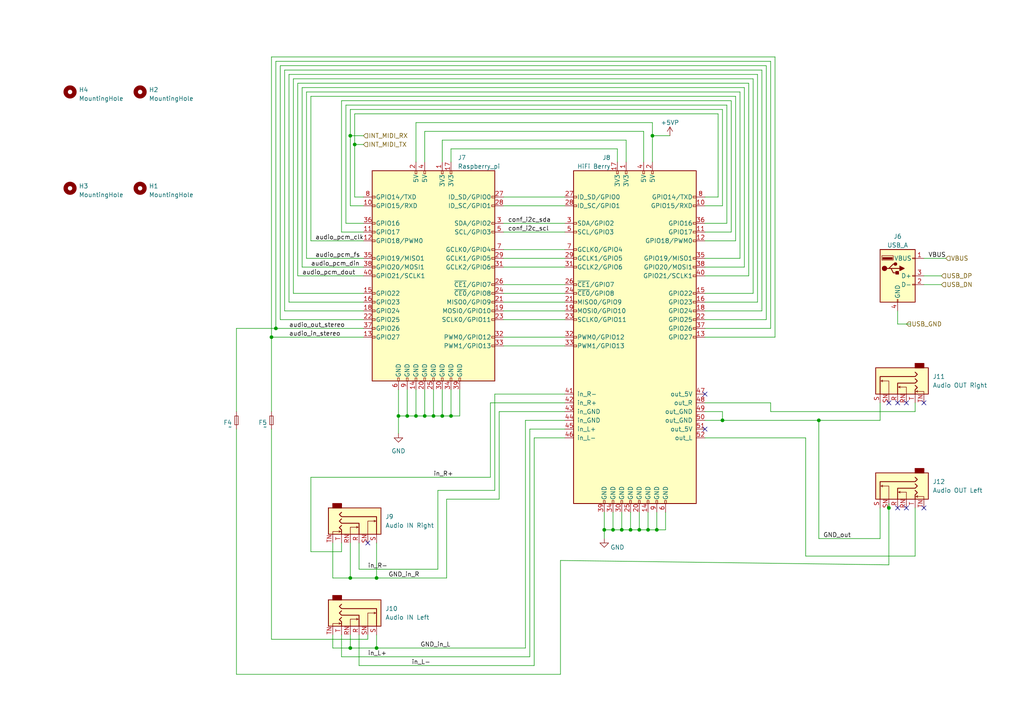
<source format=kicad_sch>
(kicad_sch (version 20230121) (generator eeschema)
  (paper "A4")
  (title_block (title "Open Pedalboard") (rev "2.0.0") (comment 1 "Source Code: https://github.com/pedalboard/pedalboard-hw") (comment 2 "License: CERN Open Hardware Licence Version 2 - Permissive"))
  (lib_symbols
    (symbol "Connector:Raspberry_Pi_2_3" (pin_names (offset 1.016))
      (property "Reference" "J7" (at 7.0359 34.29 0))
      (property "Value" "Raspberry_pi" (at 7.0359 31.75 0))
      (symbol "Raspberry_Pi_2_3_0_1"
        (rectangle (start -17.78 30.48) (end 17.78 -30.48) (stroke (width 0.254)) (fill (type background)))
      )
      (symbol "Raspberry_Pi_2_3_1_1"
        (rectangle (start -16.891 -17.526) (end -17.78 -18.034))
        (rectangle (start -16.891 -14.986) (end -17.78 -15.494))
        (rectangle (start -16.891 -12.446) (end -17.78 -12.954))
        (rectangle (start -16.891 -9.906) (end -17.78 -10.414))
        (rectangle (start -16.891 -7.366) (end -17.78 -7.874))
        (rectangle (start -16.891 -4.826) (end -17.78 -5.334))
        (rectangle (start -16.891 0.254) (end -17.78 -0.254))
        (rectangle (start -16.891 2.794) (end -17.78 2.286))
        (rectangle (start -16.891 5.334) (end -17.78 4.826))
        (rectangle (start -16.891 10.414) (end -17.78 9.906))
        (rectangle (start -16.891 12.954) (end -17.78 12.446))
        (rectangle (start -16.891 15.494) (end -17.78 14.986))
        (rectangle (start -16.891 20.574) (end -17.78 20.066))
        (rectangle (start -16.891 23.114) (end -17.78 22.606))
        (rectangle (start -10.414 -29.591) (end -9.906 -30.48))
        (rectangle (start -7.874 -29.591) (end -7.366 -30.48))
        (rectangle (start -5.334 -29.591) (end -4.826 -30.48))
        (rectangle (start -5.334 30.48) (end -4.826 29.591))
        (rectangle (start -2.794 -29.591) (end -2.286 -30.48))
        (rectangle (start -2.794 30.48) (end -2.286 29.591))
        (rectangle (start -0.254 -29.591) (end 0.254 -30.48))
        (rectangle (start 2.286 -29.591) (end 2.794 -30.48))
        (rectangle (start 2.286 30.48) (end 2.794 29.591))
        (rectangle (start 4.826 -29.591) (end 5.334 -30.48))
        (rectangle (start 4.826 30.48) (end 5.334 29.591))
        (rectangle (start 7.366 -29.591) (end 7.874 -30.48))
        (rectangle (start 17.78 -20.066) (end 16.891 -20.574))
        (rectangle (start 17.78 -17.526) (end 16.891 -18.034))
        (rectangle (start 17.78 -12.446) (end 16.891 -12.954))
        (rectangle (start 17.78 -9.906) (end 16.891 -10.414))
        (rectangle (start 17.78 -7.366) (end 16.891 -7.874))
        (rectangle (start 17.78 -4.826) (end 16.891 -5.334))
        (rectangle (start 17.78 -2.286) (end 16.891 -2.794))
        (rectangle (start 17.78 2.794) (end 16.891 2.286))
        (rectangle (start 17.78 5.334) (end 16.891 4.826))
        (rectangle (start 17.78 7.874) (end 16.891 7.366))
        (rectangle (start 17.78 12.954) (end 16.891 12.446))
        (rectangle (start 17.78 15.494) (end 16.891 14.986))
        (rectangle (start 17.78 20.574) (end 16.891 20.066))
        (rectangle (start 17.78 23.114) (end 16.891 22.606))
        (pin power_out line (at 2.54 33.02 270) (length 2.54) (name "3V3") (number "1"))
        (pin bidirectional line (at -20.32 20.32 0) (length 2.54) (name "GPIO15/RXD") (number "10"))
        (pin bidirectional line (at -20.32 12.7 0) (length 2.54) (name "GPIO17") (number "11"))
        (pin bidirectional line (at -20.32 10.16 0) (length 2.54) (name "GPIO18/PWM0") (number "12"))
        (pin bidirectional line (at -20.32 -17.78 0) (length 2.54) (name "GPIO27") (number "13"))
        (pin power_in line (at -5.08 -33.02 90) (length 2.54) (name "GND") (number "14"))
        (pin bidirectional line (at -20.32 -5.08 0) (length 2.54) (name "GPIO22") (number "15"))
        (pin bidirectional line (at -20.32 -7.62 0) (length 2.54) (name "GPIO23") (number "16"))
        (pin power_out line (at 5.08 33.02 270) (length 2.54) (name "3V3") (number "17"))
        (pin bidirectional line (at -20.32 -10.16 0) (length 2.54) (name "GPIO24") (number "18"))
        (pin bidirectional line (at 20.32 -10.16 180) (length 2.54) (name "MOSI0/GPIO10") (number "19"))
        (pin power_in line (at -5.08 33.02 270) (length 2.54) (name "5V") (number "2"))
        (pin power_in line (at -2.54 -33.02 90) (length 2.54) (name "GND") (number "20"))
        (pin bidirectional line (at 20.32 -7.62 180) (length 2.54) (name "MISO0/GPIO9") (number "21"))
        (pin bidirectional line (at -20.32 -12.7 0) (length 2.54) (name "GPIO25") (number "22"))
        (pin bidirectional line (at 20.32 -12.7 180) (length 2.54) (name "SCLK0/GPIO11") (number "23"))
        (pin bidirectional line (at 20.32 -5.08 180) (length 2.54) (name "~{CE0}/GPIO8") (number "24"))
        (pin power_in line (at 0 -33.02 90) (length 2.54) (name "GND") (number "25"))
        (pin bidirectional line (at 20.32 -2.54 180) (length 2.54) (name "~{CE1}/GPIO7") (number "26"))
        (pin bidirectional line (at 20.32 22.86 180) (length 2.54) (name "ID_SD/GPIO0") (number "27"))
        (pin bidirectional line (at 20.32 20.32 180) (length 2.54) (name "ID_SC/GPIO1") (number "28"))
        (pin bidirectional line (at 20.32 5.08 180) (length 2.54) (name "GCLK1/GPIO5") (number "29"))
        (pin bidirectional line (at 20.32 15.24 180) (length 2.54) (name "SDA/GPIO2") (number "3"))
        (pin power_in line (at 2.54 -33.02 90) (length 2.54) (name "GND") (number "30"))
        (pin bidirectional line (at 20.32 2.54 180) (length 2.54) (name "GCLK2/GPIO6") (number "31"))
        (pin bidirectional line (at 20.32 -17.78 180) (length 2.54) (name "PWM0/GPIO12") (number "32"))
        (pin bidirectional line (at 20.32 -20.32 180) (length 2.54) (name "PWM1/GPIO13") (number "33"))
        (pin power_in line (at 5.08 -33.02 90) (length 2.54) (name "GND") (number "34"))
        (pin bidirectional line (at -20.32 5.08 0) (length 2.54) (name "GPIO19/MISO1") (number "35"))
        (pin bidirectional line (at -20.32 15.24 0) (length 2.54) (name "GPIO16") (number "36"))
        (pin bidirectional line (at -20.32 -15.24 0) (length 2.54) (name "GPIO26") (number "37"))
        (pin bidirectional line (at -20.32 2.54 0) (length 2.54) (name "GPIO20/MOSI1") (number "38"))
        (pin power_in line (at 7.62 -33.02 90) (length 2.54) (name "GND") (number "39"))
        (pin power_out line (at -2.54 33.02 270) (length 2.54) (name "5V") (number "4"))
        (pin bidirectional line (at -20.32 0 0) (length 2.54) (name "GPIO21/SCLK1") (number "40"))
        (pin bidirectional line (at 20.32 12.7 180) (length 2.54) (name "SCL/GPIO3") (number "5"))
        (pin power_in line (at -10.16 -33.02 90) (length 2.54) (name "GND") (number "6"))
        (pin bidirectional line (at 20.32 7.62 180) (length 2.54) (name "GCLK0/GPIO4") (number "7"))
        (pin bidirectional line (at -20.32 22.86 0) (length 2.54) (name "GPIO14/TXD") (number "8"))
        (pin power_in line (at -7.62 -33.02 90) (length 2.54) (name "GND") (number "9"))
      )
    )
    (symbol "Connector:USB_A" (pin_names (offset 1.016))
      (property "Reference" "J6" (at 0 11.43 0))
      (property "Value" "USB_A" (at 0 8.89 0))
      (symbol "USB_A_0_1"
        (rectangle (start -5.08 -7.62) (end 5.08 7.62) (stroke (width 0.254)) (fill (type background)))
        (circle (center -3.81 2.159) (radius 0.635) (stroke (width 0.254)) (fill (type outline)))
        (rectangle (start -1.524 4.826) (end -4.318 5.334) (fill (type outline)))
        (rectangle (start -1.27 4.572) (end -4.572 5.842))
        (circle (center -0.635 3.429) (radius 0.381) (stroke (width 0.254)) (fill (type outline)))
        (rectangle (start -0.127 -7.62) (end 0.127 -6.858))
        (polyline (pts (xy -3.175 2.159) (xy -2.54 2.159) (xy -1.27 3.429) (xy -0.635 3.429)) (stroke (width 0.254)))
        (polyline (pts (xy -2.54 2.159) (xy -1.905 2.159) (xy -1.27 0.889) (xy 0 0.889)) (stroke (width 0.254)))
        (polyline (pts (xy 0.635 2.794) (xy 0.635 1.524) (xy 1.905 2.159) (xy 0.635 2.794)) (stroke (width 0.254)) (fill (type outline)))
        (rectangle (start 0.254 1.27) (end -0.508 0.508) (stroke (width 0.254)) (fill (type outline)))
        (rectangle (start 5.08 -2.667) (end 4.318 -2.413))
        (rectangle (start 5.08 -0.127) (end 4.318 0.127))
        (rectangle (start 5.08 4.953) (end 4.318 5.207))
      )
      (symbol "USB_A_1_1"
        (polyline (pts (xy -1.905 2.159) (xy 0.635 2.159)) (stroke (width 0.254)))
        (pin power_out line (at 7.62 5.08 180) (length 2.54) (name "VBUS") (number "1"))
        (pin bidirectional line (at 7.62 -2.54 180) (length 2.54) (name "D-") (number "2"))
        (pin bidirectional line (at 7.62 0 180) (length 2.54) (name "D+") (number "3"))
        (pin power_in line (at 0 -10.16 90) (length 2.54) (name "GND") (number "4"))
      )
    )
    (symbol "Connector_Audio:NMJ6HCD2"
      (property "Reference" "J" (at 0 11.43 0))
      (property "Value" "NMJ6HCD2" (at 0 8.89 0))
      (symbol "NMJ6HCD2_0_1"
        (rectangle (start -5.08 -5.08) (end -6.35 -7.62) (stroke (width 0.254)) (fill (type outline)))
        (polyline (pts (xy -1.27 4.826) (xy -1.016 4.318)))
        (polyline (pts (xy 0.508 -0.254) (xy 0.762 -0.762)))
        (polyline (pts (xy 1.778 -5.334) (xy 2.032 -5.842)))
        (polyline (pts (xy 0 -5.08) (xy 0.635 -5.715) (xy 1.27 -5.08) (xy 2.54 -5.08)) (stroke (width 0.254)))
        (polyline (pts (xy 2.54 -7.62) (xy 1.778 -7.62) (xy 1.778 -5.334) (xy 1.524 -5.842)))
        (polyline (pts (xy 2.54 -2.54) (xy 0.508 -2.54) (xy 0.508 -0.254) (xy 0.254 -0.762)))
        (polyline (pts (xy 2.54 2.54) (xy -1.27 2.54) (xy -1.27 4.826) (xy -1.524 4.318)))
        (polyline (pts (xy -1.905 -5.08) (xy -1.27 -5.715) (xy -0.635 -5.08) (xy -0.635 0) (xy 2.54 0)) (stroke (width 0.254)))
        (polyline (pts (xy 2.54 5.08) (xy -2.54 5.08) (xy -2.54 -5.08) (xy -3.175 -5.715) (xy -3.81 -5.08)) (stroke (width 0.254)))
        (rectangle (start 2.54 6.35) (end -5.08 -8.89) (stroke (width 0.254)) (fill (type background)))
      )
      (symbol "NMJ6HCD2_1_1"
        (pin passive line (at 5.08 0 180) (length 2.54) (name "~") (number "R"))
        (pin passive line (at 5.08 -2.54 180) (length 2.54) (name "~") (number "RN"))
        (pin passive line (at 5.08 5.08 180) (length 2.54) (name "~") (number "S"))
        (pin passive line (at 5.08 2.54 180) (length 2.54) (name "~") (number "SN"))
        (pin passive line (at 5.08 -5.08 180) (length 2.54) (name "~") (number "T"))
        (pin passive line (at 5.08 -7.62 180) (length 2.54) (name "~") (number "TN"))
      )
    )
    (symbol "Device:Fuse_Small" (pin_numbers hide) (pin_names (offset 0.254) hide)
      (property "Reference" "F" (at 0 -1.524 0))
      (property "Value" "Fuse_Small" (at 0 1.524 0))
      (symbol "Fuse_Small_0_1"
        (rectangle (start -1.27 0.508) (end 1.27 -0.508))
        (polyline (pts (xy -1.27 0) (xy 1.27 0)))
      )
      (symbol "Fuse_Small_1_1"
        (pin passive line (at -2.54 0 0) (length 1.27) (name "~") (number "1"))
        (pin passive line (at 2.54 0 180) (length 1.27) (name "~") (number "2"))
      )
    )
    (symbol "Mechanical:MountingHole" (pin_names (offset 1.016))
      (property "Reference" "H" (at 0 5.08 0))
      (property "Value" "MountingHole" (at 0 3.175 0))
      (symbol "MountingHole_0_1"
        (circle (center 0 0) (radius 1.27) (stroke (width 1.27)))
      )
    )
    (symbol "Raspberry_Pi_2_3_1" (pin_names (offset 1.016))
      (property "Reference" "J8" (at 7.0359 34.29 0))
      (property "Value" "HiFi Berry" (at 7.0359 31.75 0))
      (symbol "Raspberry_Pi_2_3_1_0_1"
        (rectangle (start -17.78 30.48) (end 17.78 -66.04) (stroke (width 0.254)) (fill (type background)))
      )
      (symbol "Raspberry_Pi_2_3_1_1_1"
        (rectangle (start -16.891 -17.526) (end -17.78 -18.034))
        (rectangle (start -16.891 -14.986) (end -17.78 -15.494))
        (rectangle (start -16.891 -12.446) (end -17.78 -12.954))
        (rectangle (start -16.891 -9.906) (end -17.78 -10.414))
        (rectangle (start -16.891 -7.366) (end -17.78 -7.874))
        (rectangle (start -16.891 -4.826) (end -17.78 -5.334))
        (rectangle (start -16.891 0.254) (end -17.78 -0.254))
        (rectangle (start -16.891 2.794) (end -17.78 2.286))
        (rectangle (start -16.891 5.334) (end -17.78 4.826))
        (rectangle (start -16.891 10.414) (end -17.78 9.906))
        (rectangle (start -16.891 12.954) (end -17.78 12.446))
        (rectangle (start -16.891 15.494) (end -17.78 14.986))
        (rectangle (start -16.891 20.574) (end -17.78 20.066))
        (rectangle (start -16.891 23.114) (end -17.78 22.606))
        (rectangle (start -9.144 -65.151) (end -8.636 -66.04))
        (rectangle (start -6.604 -65.151) (end -6.096 -66.04))
        (rectangle (start -5.334 30.48) (end -4.826 29.591))
        (rectangle (start -4.064 -65.151) (end -3.556 -66.04))
        (rectangle (start -2.794 30.48) (end -2.286 29.591))
        (rectangle (start -1.524 -65.151) (end -1.016 -66.04))
        (rectangle (start 1.016 -65.151) (end 1.524 -66.04))
        (rectangle (start 2.286 30.48) (end 2.794 29.591))
        (rectangle (start 3.556 -65.151) (end 4.064 -66.04))
        (rectangle (start 4.826 30.48) (end 5.334 29.591))
        (rectangle (start 6.096 -65.151) (end 6.604 -66.04))
        (rectangle (start 8.636 -65.151) (end 9.144 -66.04))
        (rectangle (start 17.78 -20.066) (end 16.891 -20.574))
        (rectangle (start 17.78 -17.526) (end 16.891 -18.034))
        (rectangle (start 17.78 -12.446) (end 16.891 -12.954))
        (rectangle (start 17.78 -9.906) (end 16.891 -10.414))
        (rectangle (start 17.78 -7.366) (end 16.891 -7.874))
        (rectangle (start 17.78 -4.826) (end 16.891 -5.334))
        (rectangle (start 17.78 -2.286) (end 16.891 -2.794))
        (rectangle (start 17.78 2.794) (end 16.891 2.286))
        (rectangle (start 17.78 5.334) (end 16.891 4.826))
        (rectangle (start 17.78 7.874) (end 16.891 7.366))
        (rectangle (start 17.78 12.954) (end 16.891 12.446))
        (rectangle (start 17.78 15.494) (end 16.891 14.986))
        (rectangle (start 17.78 20.574) (end 16.891 20.066))
        (rectangle (start 17.78 23.114) (end 16.891 22.606))
        (pin power_in line (at 2.54 33.02 270) (length 2.54) (name "3V3") (number "1"))
        (pin bidirectional line (at -20.32 20.32 0) (length 2.54) (name "GPIO15/RXD") (number "10"))
        (pin bidirectional line (at -20.32 12.7 0) (length 2.54) (name "GPIO17") (number "11"))
        (pin bidirectional line (at -20.32 10.16 0) (length 2.54) (name "GPIO18/PWM0") (number "12"))
        (pin bidirectional line (at -20.32 -17.78 0) (length 2.54) (name "GPIO27") (number "13"))
        (pin power_in line (at -3.81 -68.58 90) (length 2.54) (name "GND") (number "14"))
        (pin bidirectional line (at -20.32 -5.08 0) (length 2.54) (name "GPIO22") (number "15"))
        (pin bidirectional line (at -20.32 -7.62 0) (length 2.54) (name "GPIO23") (number "16"))
        (pin power_in line (at 5.08 33.02 270) (length 2.54) (name "3V3") (number "17"))
        (pin bidirectional line (at -20.32 -10.16 0) (length 2.54) (name "GPIO24") (number "18"))
        (pin bidirectional line (at 20.32 -10.16 180) (length 2.54) (name "MOSI0/GPIO10") (number "19"))
        (pin power_in line (at -5.08 33.02 270) (length 2.54) (name "5V") (number "2"))
        (pin power_in line (at -1.27 -68.58 90) (length 2.54) (name "GND") (number "20"))
        (pin bidirectional line (at 20.32 -7.62 180) (length 2.54) (name "MISO0/GPIO9") (number "21"))
        (pin bidirectional line (at -20.32 -12.7 0) (length 2.54) (name "GPIO25") (number "22"))
        (pin bidirectional line (at 20.32 -12.7 180) (length 2.54) (name "SCLK0/GPIO11") (number "23"))
        (pin bidirectional line (at 20.32 -5.08 180) (length 2.54) (name "~{CE0}/GPIO8") (number "24"))
        (pin power_in line (at 1.27 -68.58 90) (length 2.54) (name "GND") (number "25"))
        (pin bidirectional line (at 20.32 -2.54 180) (length 2.54) (name "~{CE1}/GPIO7") (number "26"))
        (pin bidirectional line (at 20.32 22.86 180) (length 2.54) (name "ID_SD/GPIO0") (number "27"))
        (pin bidirectional line (at 20.32 20.32 180) (length 2.54) (name "ID_SC/GPIO1") (number "28"))
        (pin bidirectional line (at 20.32 5.08 180) (length 2.54) (name "GCLK1/GPIO5") (number "29"))
        (pin bidirectional line (at 20.32 15.24 180) (length 2.54) (name "SDA/GPIO2") (number "3"))
        (pin power_in line (at 3.81 -68.58 90) (length 2.54) (name "GND") (number "30"))
        (pin bidirectional line (at 20.32 2.54 180) (length 2.54) (name "GCLK2/GPIO6") (number "31"))
        (pin bidirectional line (at 20.32 -17.78 180) (length 2.54) (name "PWM0/GPIO12") (number "32"))
        (pin bidirectional line (at 20.32 -20.32 180) (length 2.54) (name "PWM1/GPIO13") (number "33"))
        (pin power_in line (at 6.35 -68.58 90) (length 2.54) (name "GND") (number "34"))
        (pin bidirectional line (at -20.32 5.08 0) (length 2.54) (name "GPIO19/MISO1") (number "35"))
        (pin bidirectional line (at -20.32 15.24 0) (length 2.54) (name "GPIO16") (number "36"))
        (pin bidirectional line (at -20.32 -15.24 0) (length 2.54) (name "GPIO26") (number "37"))
        (pin bidirectional line (at -20.32 2.54 0) (length 2.54) (name "GPIO20/MOSI1") (number "38"))
        (pin power_in line (at 8.89 -68.58 90) (length 2.54) (name "GND") (number "39"))
        (pin power_in line (at -2.54 33.02 270) (length 2.54) (name "5V") (number "4"))
        (pin bidirectional line (at -20.32 0 0) (length 2.54) (name "GPIO21/SCLK1") (number "40"))
        (pin input line (at 20.32 -34.29 180) (length 2.54) (name "in_R-") (number "41"))
        (pin input line (at 20.32 -36.83 180) (length 2.54) (name "in_R+") (number "42"))
        (pin input line (at 20.32 -39.37 180) (length 2.54) (name "in_GND") (number "43"))
        (pin input line (at 20.32 -41.91 180) (length 2.54) (name "in_GND") (number "44"))
        (pin input line (at 20.32 -44.45 180) (length 2.54) (name "in_L+") (number "45"))
        (pin input line (at 20.32 -46.99 180) (length 2.54) (name "in_L-") (number "46"))
        (pin power_out line (at -20.32 -34.29 0) (length 2.54) (name "out_5V") (number "47"))
        (pin output line (at -20.32 -36.83 0) (length 2.54) (name "out_R") (number "48"))
        (pin input line (at -20.32 -39.37 0) (length 2.54) (name "out_GND") (number "49"))
        (pin bidirectional line (at 20.32 12.7 180) (length 2.54) (name "SCL/GPIO3") (number "5"))
        (pin input line (at -20.32 -41.91 0) (length 2.54) (name "out_GND") (number "50"))
        (pin power_out line (at -20.32 -44.45 0) (length 2.54) (name "out_5V") (number "51"))
        (pin output line (at -20.32 -46.99 0) (length 2.54) (name "out_L") (number "52"))
        (pin power_in line (at -8.89 -68.58 90) (length 2.54) (name "GND") (number "6"))
        (pin bidirectional line (at 20.32 7.62 180) (length 2.54) (name "GCLK0/GPIO4") (number "7"))
        (pin bidirectional line (at -20.32 22.86 0) (length 2.54) (name "GPIO14/TXD") (number "8"))
        (pin power_in line (at -6.35 -68.58 90) (length 2.54) (name "GND") (number "9"))
      )
    )
    (symbol "power:+5VP" (power) (pin_names (offset 0))
      (property "Value" "+5VP" (at 0 3.556 0))
      (symbol "+5VP_0_1"
        (polyline (pts (xy -0.762 1.27) (xy 0 2.54)))
        (polyline (pts (xy 0 0) (xy 0 2.54)))
        (polyline (pts (xy 0 2.54) (xy 0.762 1.27)))
      )
      (symbol "+5VP_1_1"
        (pin power_in line (at 0 0 90) (length 0) hide (name "+5VP") (number "1"))
      )
    )
    (symbol "power:GND" (power) (pin_names (offset 0))
      (property "Value" "GND" (at 0 -3.81 0))
      (symbol "GND_0_1"
        (polyline (pts (xy 0 0) (xy 0 -1.27) (xy 1.27 -1.27) (xy 0 -2.54) (xy -1.27 -1.27) (xy 0 -1.27)))
      )
      (symbol "GND_1_1"
        (pin power_in line (at 0 0 270) (length 0) hide (name "GND") (number "1"))
      )
    )
  )
  (junction (at 118.11 120.65))
  (junction (at 125.73 120.65))
  (junction (at 101.6 167.64))
  (junction (at 109.22 167.64))
  (junction (at 189.23 39.37))
  (junction (at 80.01 95.25))
  (junction (at 237.49 121.92))
  (junction (at 180.34 153.67))
  (junction (at 128.27 120.65))
  (junction (at 123.19 120.65))
  (junction (at 78.74 97.79))
  (junction (at 115.57 120.65))
  (junction (at 120.65 120.65))
  (junction (at 175.26 153.67))
  (junction (at 177.8 153.67))
  (junction (at 209.55 121.92))
  (junction (at 130.81 120.65))
  (junction (at 109.22 187.96))
  (junction (at 185.42 153.67))
  (junction (at 182.88 153.67))
  (junction (at 101.6 39.37))
  (junction (at 102.87 41.91))
  (junction (at 101.6 187.96))
  (junction (at 190.5 153.67))
  (junction (at 257.81 147.32))
  (junction (at 187.96 153.67))
  (no_connect (at 262.89 116.84))
  (no_connect (at 257.81 116.84))
  (no_connect (at 262.89 147.32))
  (no_connect (at 260.35 116.84))
  (no_connect (at 267.97 147.32))
  (no_connect (at 260.35 147.32))
  (no_connect (at 106.68 157.48))
  (no_connect (at 204.47 114.3))
  (no_connect (at 204.47 124.46))
  (no_connect (at 267.97 116.84))
  (wire (pts (xy 143.51 114.3) (xy 163.83 114.3)))
  (wire (pts (xy 210.82 64.77) (xy 204.47 64.77)))
  (wire (pts (xy 105.41 39.37) (xy 101.6 39.37)))
  (wire (pts (xy 105.41 67.31) (xy 99.06 67.31)))
  (wire (pts (xy 209.55 119.38) (xy 209.55 121.92)))
  (wire (pts (xy 181.61 40.64) (xy 181.61 46.99)))
  (wire (pts (xy 133.35 120.65) (xy 130.81 120.65)))
  (wire (pts (xy 101.6 39.37) (xy 101.6 31.75)))
  (wire (pts (xy 152.4 121.92) (xy 163.83 121.92)))
  (wire (pts (xy 120.65 113.03) (xy 120.65 120.65)))
  (wire (pts (xy 101.6 184.15) (xy 101.6 187.96)))
  (wire (pts (xy 146.05 82.55) (xy 163.83 82.55)))
  (wire (pts (xy 219.71 87.63) (xy 204.47 87.63)))
  (wire (pts (xy 223.52 95.25) (xy 204.47 95.25)))
  (wire (pts (xy 104.14 193.04) (xy 154.94 193.04)))
  (wire (pts (xy 189.23 35.56) (xy 189.23 39.37)))
  (wire (pts (xy 105.41 92.71) (xy 81.28 92.71)))
  (wire (pts (xy 68.58 95.25) (xy 80.01 95.25)))
  (wire (pts (xy 224.79 16.51) (xy 224.79 97.79)))
  (wire (pts (xy 109.22 187.96) (xy 152.4 187.96)))
  (wire (pts (xy 237.49 156.21) (xy 255.27 156.21)))
  (wire (pts (xy 101.6 187.96) (xy 109.22 187.96)))
  (wire (pts (xy 146.05 77.47) (xy 163.83 77.47)))
  (wire (pts (xy 120.65 46.99) (xy 120.65 35.56)))
  (wire (pts (xy 133.35 113.03) (xy 133.35 120.65)))
  (wire (pts (xy 255.27 156.21) (xy 255.27 147.32)))
  (wire (pts (xy 81.28 92.71) (xy 81.28 19.05)))
  (wire (pts (xy 222.25 19.05) (xy 222.25 92.71)))
  (wire (pts (xy 83.82 21.59) (xy 219.71 21.59)))
  (wire (pts (xy 123.19 38.1) (xy 186.69 38.1)))
  (wire (pts (xy 146.05 90.17) (xy 163.83 90.17)))
  (wire (pts (xy 214.63 26.67) (xy 214.63 74.93)))
  (wire (pts (xy 185.42 153.67) (xy 182.88 153.67)))
  (wire (pts (xy 123.19 120.65) (xy 120.65 120.65)))
  (wire (pts (xy 267.97 80.01) (xy 273.05 80.01)))
  (wire (pts (xy 80.01 17.78) (xy 223.52 17.78)))
  (wire (pts (xy 96.52 157.48) (xy 96.52 167.64)))
  (wire (pts (xy 146.05 57.15) (xy 163.83 57.15)))
  (wire (pts (xy 105.41 64.77) (xy 100.33 64.77)))
  (wire (pts (xy 142.24 116.84) (xy 163.83 116.84)))
  (wire (pts (xy 102.87 41.91) (xy 102.87 33.02)))
  (wire (pts (xy 219.71 21.59) (xy 219.71 87.63)))
  (wire (pts (xy 115.57 120.65) (xy 115.57 125.73)))
  (wire (pts (xy 105.41 57.15) (xy 102.87 57.15)))
  (wire (pts (xy 101.6 31.75) (xy 209.55 31.75)))
  (wire (pts (xy 212.09 29.21) (xy 212.09 67.31)))
  (wire (pts (xy 86.36 80.01) (xy 86.36 24.13)))
  (wire (pts (xy 186.69 38.1) (xy 186.69 46.99)))
  (wire (pts (xy 152.4 187.96) (xy 152.4 121.92)))
  (wire (pts (xy 105.41 59.69) (xy 101.6 59.69)))
  (wire (pts (xy 212.09 67.31) (xy 204.47 67.31)))
  (wire (pts (xy 146.05 87.63) (xy 163.83 87.63)))
  (wire (pts (xy 146.05 74.93) (xy 163.83 74.93)))
  (wire (pts (xy 102.87 57.15) (xy 102.87 41.91)))
  (wire (pts (xy 86.36 24.13) (xy 217.17 24.13)))
  (wire (pts (xy 185.42 148.59) (xy 185.42 153.67)))
  (wire (pts (xy 130.81 113.03) (xy 130.81 120.65)))
  (wire (pts (xy 78.74 97.79) (xy 78.74 16.51)))
  (wire (pts (xy 118.11 120.65) (xy 115.57 120.65)))
  (wire (pts (xy 213.36 27.94) (xy 213.36 69.85)))
  (wire (pts (xy 215.9 25.4) (xy 215.9 77.47)))
  (wire (pts (xy 190.5 148.59) (xy 190.5 153.67)))
  (wire (pts (xy 102.87 33.02) (xy 208.28 33.02)))
  (wire (pts (xy 222.25 92.71) (xy 204.47 92.71)))
  (wire (pts (xy 78.74 97.79) (xy 78.74 119.38)))
  (wire (pts (xy 101.6 167.64) (xy 109.22 167.64)))
  (wire (pts (xy 175.26 153.67) (xy 175.26 156.21)))
  (wire (pts (xy 146.05 67.31) (xy 163.83 67.31)))
  (wire (pts (xy 128.27 120.65) (xy 125.73 120.65)))
  (wire (pts (xy 120.65 120.65) (xy 118.11 120.65)))
  (wire (pts (xy 90.17 138.43) (xy 90.17 160.02)))
  (wire (pts (xy 208.28 33.02) (xy 208.28 57.15)))
  (wire (pts (xy 177.8 153.67) (xy 175.26 153.67)))
  (wire (pts (xy 83.82 87.63) (xy 83.82 21.59)))
  (wire (pts (xy 260.35 93.98) (xy 264.16 93.98)))
  (wire (pts (xy 100.33 64.77) (xy 100.33 30.48)))
  (wire (pts (xy 175.26 148.59) (xy 175.26 153.67)))
  (wire (pts (xy 68.58 124.46) (xy 68.58 195.58)))
  (wire (pts (xy 105.41 87.63) (xy 83.82 87.63)))
  (wire (pts (xy 128.27 113.03) (xy 128.27 120.65)))
  (wire (pts (xy 237.49 121.92) (xy 237.49 156.21)))
  (wire (pts (xy 129.54 144.78) (xy 144.78 144.78)))
  (wire (pts (xy 182.88 148.59) (xy 182.88 153.67)))
  (wire (pts (xy 99.06 160.02) (xy 99.06 157.48)))
  (wire (pts (xy 153.67 190.5) (xy 153.67 124.46)))
  (wire (pts (xy 109.22 157.48) (xy 109.22 167.64)))
  (wire (pts (xy 104.14 193.04) (xy 104.14 184.15)))
  (wire (pts (xy 90.17 27.94) (xy 213.36 27.94)))
  (wire (pts (xy 143.51 142.24) (xy 143.51 114.3)))
  (wire (pts (xy 127 165.1) (xy 127 142.24)))
  (wire (pts (xy 99.06 190.5) (xy 153.67 190.5)))
  (wire (pts (xy 180.34 153.67) (xy 177.8 153.67)))
  (wire (pts (xy 267.97 74.93) (xy 274.32 74.93)))
  (wire (pts (xy 129.54 144.78) (xy 129.54 167.64)))
  (wire (pts (xy 144.78 119.38) (xy 163.83 119.38)))
  (wire (pts (xy 96.52 187.96) (xy 101.6 187.96)))
  (wire (pts (xy 85.09 22.86) (xy 218.44 22.86)))
  (wire (pts (xy 233.68 127) (xy 233.68 161.29)))
  (wire (pts (xy 220.98 20.32) (xy 82.55 20.32)))
  (wire (pts (xy 257.81 146.05) (xy 257.81 147.32)))
  (wire (pts (xy 130.81 46.99) (xy 130.81 43.18)))
  (wire (pts (xy 96.52 184.15) (xy 96.52 187.96)))
  (wire (pts (xy 78.74 97.79) (xy 105.41 97.79)))
  (wire (pts (xy 237.49 121.92) (xy 255.27 121.92)))
  (wire (pts (xy 187.96 153.67) (xy 185.42 153.67)))
  (wire (pts (xy 125.73 113.03) (xy 125.73 120.65)))
  (wire (pts (xy 177.8 148.59) (xy 177.8 153.67)))
  (wire (pts (xy 123.19 46.99) (xy 123.19 38.1)))
  (wire (pts (xy 146.05 59.69) (xy 163.83 59.69)))
  (wire (pts (xy 218.44 85.09) (xy 204.47 85.09)))
  (wire (pts (xy 204.47 116.84) (xy 223.52 116.84)))
  (wire (pts (xy 193.04 153.67) (xy 193.04 148.59)))
  (wire (pts (xy 105.41 95.25) (xy 80.01 95.25)))
  (wire (pts (xy 204.47 127) (xy 233.68 127)))
  (wire (pts (xy 105.41 85.09) (xy 85.09 85.09)))
  (wire (pts (xy 190.5 153.67) (xy 193.04 153.67)))
  (wire (pts (xy 223.52 119.38) (xy 265.43 119.38)))
  (wire (pts (xy 78.74 124.46) (xy 78.74 185.42)))
  (wire (pts (xy 104.14 165.1) (xy 104.14 157.48)))
  (wire (pts (xy 78.74 16.51) (xy 224.79 16.51)))
  (wire (pts (xy 187.96 148.59) (xy 187.96 153.67)))
  (wire (pts (xy 105.41 41.91) (xy 102.87 41.91)))
  (wire (pts (xy 233.68 161.29) (xy 265.43 161.29)))
  (wire (pts (xy 182.88 153.67) (xy 180.34 153.67)))
  (wire (pts (xy 130.81 43.18) (xy 179.07 43.18)))
  (wire (pts (xy 255.27 121.92) (xy 255.27 116.84)))
  (wire (pts (xy 68.58 95.25) (xy 68.58 119.38)))
  (wire (pts (xy 223.52 17.78) (xy 223.52 95.25)))
  (wire (pts (xy 125.73 120.65) (xy 123.19 120.65)))
  (wire (pts (xy 106.68 184.15) (xy 106.68 185.42)))
  (wire (pts (xy 146.05 64.77) (xy 163.83 64.77)))
  (wire (pts (xy 265.43 119.38) (xy 265.43 116.84)))
  (wire (pts (xy 109.22 167.64) (xy 129.54 167.64)))
  (wire (pts (xy 82.55 20.32) (xy 82.55 90.17)))
  (wire (pts (xy 260.35 90.17) (xy 260.35 93.98)))
  (wire (pts (xy 115.57 113.03) (xy 115.57 120.65)))
  (wire (pts (xy 210.82 30.48) (xy 210.82 64.77)))
  (wire (pts (xy 194.31 39.37) (xy 189.23 39.37)))
  (wire (pts (xy 213.36 69.85) (xy 204.47 69.85)))
  (wire (pts (xy 101.6 157.48) (xy 101.6 167.64)))
  (wire (pts (xy 90.17 69.85) (xy 90.17 27.94)))
  (wire (pts (xy 82.55 90.17) (xy 105.41 90.17)))
  (wire (pts (xy 120.65 35.56) (xy 189.23 35.56)))
  (wire (pts (xy 209.55 121.92) (xy 237.49 121.92)))
  (wire (pts (xy 68.58 195.58) (xy 162.56 195.58)))
  (wire (pts (xy 257.81 163.83) (xy 162.56 162.56)))
  (wire (pts (xy 223.52 116.84) (xy 223.52 119.38)))
  (wire (pts (xy 204.47 121.92) (xy 209.55 121.92)))
  (wire (pts (xy 101.6 59.69) (xy 101.6 39.37)))
  (wire (pts (xy 99.06 184.15) (xy 99.06 190.5)))
  (wire (pts (xy 99.06 67.31) (xy 99.06 29.21)))
  (wire (pts (xy 146.05 100.33) (xy 163.83 100.33)))
  (wire (pts (xy 90.17 160.02) (xy 99.06 160.02)))
  (wire (pts (xy 130.81 120.65) (xy 128.27 120.65)))
  (wire (pts (xy 88.9 74.93) (xy 88.9 26.67)))
  (wire (pts (xy 90.17 69.85) (xy 105.41 69.85)))
  (wire (pts (xy 265.43 161.29) (xy 265.43 147.32)))
  (wire (pts (xy 81.28 19.05) (xy 222.25 19.05)))
  (wire (pts (xy 87.63 77.47) (xy 87.63 25.4)))
  (wire (pts (xy 127 142.24) (xy 143.51 142.24)))
  (wire (pts (xy 162.56 162.56) (xy 162.56 195.58)))
  (wire (pts (xy 217.17 24.13) (xy 217.17 80.01)))
  (wire (pts (xy 146.05 85.09) (xy 163.83 85.09)))
  (wire (pts (xy 153.67 124.46) (xy 163.83 124.46)))
  (wire (pts (xy 87.63 25.4) (xy 215.9 25.4)))
  (wire (pts (xy 180.34 148.59) (xy 180.34 153.67)))
  (wire (pts (xy 257.81 147.32) (xy 257.81 163.83)))
  (wire (pts (xy 144.78 144.78) (xy 144.78 119.38)))
  (wire (pts (xy 146.05 72.39) (xy 163.83 72.39)))
  (wire (pts (xy 154.94 193.04) (xy 154.94 127)))
  (wire (pts (xy 267.97 82.55) (xy 273.05 82.55)))
  (wire (pts (xy 106.68 185.42) (xy 78.74 185.42)))
  (wire (pts (xy 146.05 92.71) (xy 163.83 92.71)))
  (wire (pts (xy 105.41 80.01) (xy 86.36 80.01)))
  (wire (pts (xy 204.47 90.17) (xy 220.98 90.17)))
  (wire (pts (xy 100.33 30.48) (xy 210.82 30.48)))
  (wire (pts (xy 142.24 138.43) (xy 142.24 116.84)))
  (wire (pts (xy 128.27 40.64) (xy 181.61 40.64)))
  (wire (pts (xy 88.9 26.67) (xy 214.63 26.67)))
  (wire (pts (xy 85.09 85.09) (xy 85.09 22.86)))
  (wire (pts (xy 208.28 57.15) (xy 204.47 57.15)))
  (wire (pts (xy 209.55 31.75) (xy 209.55 59.69)))
  (wire (pts (xy 190.5 153.67) (xy 187.96 153.67)))
  (wire (pts (xy 109.22 184.15) (xy 109.22 187.96)))
  (wire (pts (xy 99.06 29.21) (xy 212.09 29.21)))
  (wire (pts (xy 128.27 46.99) (xy 128.27 40.64)))
  (wire (pts (xy 105.41 74.93) (xy 88.9 74.93)))
  (wire (pts (xy 209.55 59.69) (xy 204.47 59.69)))
  (wire (pts (xy 189.23 39.37) (xy 189.23 46.99)))
  (wire (pts (xy 154.94 127) (xy 163.83 127)))
  (wire (pts (xy 123.19 113.03) (xy 123.19 120.65)))
  (wire (pts (xy 80.01 95.25) (xy 80.01 17.78)))
  (wire (pts (xy 142.24 138.43) (xy 90.17 138.43)))
  (wire (pts (xy 179.07 43.18) (xy 179.07 46.99)))
  (wire (pts (xy 218.44 22.86) (xy 218.44 85.09)))
  (wire (pts (xy 104.14 165.1) (xy 127 165.1)))
  (wire (pts (xy 105.41 77.47) (xy 87.63 77.47)))
  (wire (pts (xy 224.79 97.79) (xy 204.47 97.79)))
  (wire (pts (xy 204.47 119.38) (xy 209.55 119.38)))
  (wire (pts (xy 214.63 74.93) (xy 204.47 74.93)))
  (wire (pts (xy 215.9 77.47) (xy 204.47 77.47)))
  (wire (pts (xy 220.98 90.17) (xy 220.98 20.32)))
  (wire (pts (xy 96.52 167.64) (xy 101.6 167.64)))
  (wire (pts (xy 118.11 113.03) (xy 118.11 120.65)))
  (wire (pts (xy 146.05 97.79) (xy 163.83 97.79)))
  (wire (pts (xy 217.17 80.01) (xy 204.47 80.01)))
  (label "in_L+" (at 106.68 190.5 0))
  (label "VBUS" (at 269.24 74.93 0))
  (label "in_R-" (at 106.68 165.1 0))
  (label "audio_in_stereo" (at 83.82 97.79 0))
  (label "audio_out_stereo" (at 83.82 95.25 0))
  (label "conf_i2c_scl" (at 147.32 67.31 0))
  (label "in_L-" (at 119.38 193.04 0))
  (label "in_R+" (at 125.73 138.43 0))
  (label "conf_i2c_sda" (at 147.32 64.77 0))
  (label "audio_pcm_clk" (at 91.44 69.85 0))
  (label "audio_pcm_fs" (at 91.44 74.93 0))
  (label "audio_pcm_din" (at 90.17 77.47 0))
  (label "audio_pcm_dout" (at 87.63 80.01 0))
  (label "GND_out" (at 238.76 156.21 0))
  (label "GND_in_L" (at 121.92 187.96 0))
  (label "GND_in_R" (at 112.649 167.64 0))
  (hierarchical_label "INT_MIDI_TX" (shape input) (at 105.41 41.91 0))
  (hierarchical_label "USB_DP" (shape input) (at 273.05 80.01 0))
  (hierarchical_label "VBUS" (shape input) (at 274.32 74.93 0))
  (hierarchical_label "USB_DN" (shape input) (at 273.05 82.55 0))
  (hierarchical_label "INT_MIDI_RX" (shape input) (at 105.41 39.37 0))
  (hierarchical_label "USB_GND" (shape input) (at 262.89 93.98 0))
  (symbol (lib_id "Mechanical:MountingHole") (at 20.32 26.67 0) (unit 1)
    (property "Reference" "H4" (at 22.86 26.035 0) (effects (justify left)))
    (property "Value" "MountingHole" (at 22.86 28.575 0) (effects (justify left)))
    (property "Footprint" "MountingHole:MountingHole_2.7mm_M2.5_DIN965" (effects hide))
  )
  (symbol (lib_id "Device:Fuse_Small") (at 78.74 121.92 270) (mirror x) (unit 1)
    (property "Reference" "F5" (at 77.47 122.555 90) (effects (justify right)))
    (property "Value" "~" (at 77.47 123.825 90) (effects (justify right)))
    (property "Footprint" "Pedalboard Library:Trace_Fuse" (effects hide))
  )
  (symbol (lib_id "Connector_Audio:NMJ6HCD2") (at 104.14 179.07 270) (unit 1)
    (property "Reference" "J10" (at 111.76 176.53 90) (effects (justify left)))
    (property "Value" "Audio IN Left" (at 111.76 179.07 90) (effects (justify left)))
    (property "Footprint" "Pedalboard Library:Jack_6.35mm_Horizontal" (effects hide))
    (property "Datasheet" "https://www.schurter.com/en/datasheet/typ_4833.2320.pdf" (effects hide))
    (property "Supplier" "https://www.digikey.ch/de/products/detail/schurter-inc/4833-2320/2644235" (effects hide))
  )
  (symbol (lib_id "Mechanical:MountingHole") (at 40.64 54.61 0) (unit 1)
    (property "Reference" "H1" (at 43.18 53.975 0) (effects (justify left)))
    (property "Value" "MountingHole" (at 43.18 56.515 0) (effects (justify left)))
    (property "Footprint" "MountingHole:MountingHole_2.7mm_M2.5_DIN965" (effects hide))
  )
  (symbol (lib_id "Connector:Raspberry_Pi_2_3") (at 125.73 80.01 0) (unit 1)
    (property "Reference" "J7" (at 132.7659 45.72 0) (effects (justify left)))
    (property "Value" "Raspberry_pi" (at 132.7659 48.26 0) (effects (justify left)))
    (property "Footprint" "Pedalboard Library:Raspberry PI Compute Module CM4 Nano A" (effects hide))
    (property "Datasheet" "https://www.waveshare.com/wiki/CM4-NANO-A" (effects hide))
    (property "Supplier" "https://www.digikey.ch/de/products/detail/w%C3%BCrth-elektronik/61304021121/4846886" (effects hide))
  )
  (symbol (lib_id "Mechanical:MountingHole") (at 40.64 26.67 0) (unit 1)
    (property "Reference" "H2" (at 43.18 26.035 0) (effects (justify left)))
    (property "Value" "MountingHole" (at 43.18 28.575 0) (effects (justify left)))
    (property "Footprint" "MountingHole:MountingHole_2.7mm_M2.5_DIN965" (effects hide))
  )
  (symbol (lib_id "Connector_Audio:NMJ6HCD2") (at 104.14 152.4 270) (unit 1)
    (property "Reference" "J9" (at 111.76 149.86 90) (effects (justify left)))
    (property "Value" "Audio IN Right" (at 111.76 152.4 90) (effects (justify left)))
    (property "Footprint" "Pedalboard Library:Jack_6.35mm_Horizontal" (effects hide))
    (property "Datasheet" "https://www.schurter.com/en/datasheet/typ_4833.2320.pdf" (effects hide))
    (property "Supplier" "https://www.digikey.ch/de/products/detail/schurter-inc/4833-2320/2644235" (effects hide))
  )
  (symbol (lib_id "Mechanical:MountingHole") (at 20.32 54.61 0) (unit 1)
    (property "Reference" "H3" (at 22.86 53.975 0) (effects (justify left)))
    (property "Value" "MountingHole" (at 22.86 56.515 0) (effects (justify left)))
    (property "Footprint" "MountingHole:MountingHole_2.7mm_M2.5_DIN965" (effects hide))
  )
  (symbol (lib_name "Raspberry_Pi_2_3_1") (lib_id "Connector:Raspberry_Pi_2_3") (at 184.15 80.01 0) (mirror y) (unit 1)
    (property "Reference" "J8" (at 177.1141 45.72 0) (effects (justify left)))
    (property "Value" "HiFi Berry" (at 177.1141 48.26 0) (effects (justify left)))
    (property "Footprint" "Pedalboard Library:HiFi Berry DAC ADC+" (effects hide))
    (property "Datasheet" "https://www.hifiberry.com/docs/data-sheets/datasheet-dac-adc-pro/" (effects hide))
    (property "Supplier" "https://www.digikey.ch/de/products/detail/w%C3%BCrth-elektronik/61304021821/16608657" (effects hide))
  )
  (symbol (lib_id "power:GND") (at 175.26 156.21 0) (unit 1)
    (property "Reference" "#PWR025" (effects hide))
    (property "Value" "GND" (at 179.07 158.75 0))
  )
  (symbol (lib_id "Connector:USB_A") (at 260.35 80.01 0) (unit 1)
    (property "Reference" "J6" (at 260.35 68.58 0))
    (property "Value" "USB_A" (at 260.35 71.12 0))
    (property "Footprint" "Pedalboard Library:USB A BCB Male Plug" (effects hide))
    (property "Datasheet" "https://media.digikey.com/pdf/Data%20Sheets/GCT%20PDFs/USB1061_Spec.pdf" (effects hide))
    (property "Supplier" "https://www.digikey.ch/de/products/detail/gct/USB1061-GF-L-A/10649776" (effects hide))
  )
  (symbol (lib_id "Device:Fuse_Small") (at 68.58 121.92 270) (mirror x) (unit 1)
    (property "Reference" "F4" (at 67.31 122.555 90) (effects (justify right)))
    (property "Value" "~" (at 67.31 123.825 90) (effects (justify right)))
    (property "Footprint" "Pedalboard Library:Trace_Fuse" (effects hide))
  )
  (symbol (lib_id "power:GND") (at 115.57 125.73 0) (unit 1)
    (property "Reference" "#PWR024" (effects hide))
    (property "Value" "GND" (at 115.57 130.81 0))
  )
  (symbol (lib_id "Connector_Audio:NMJ6HCD2") (at 260.35 142.24 90) (mirror x) (unit 1)
    (property "Reference" "J12" (at 270.51 139.7 90) (effects (justify right)))
    (property "Value" "Audio OUT Left" (at 270.51 142.24 90) (effects (justify right)))
    (property "Footprint" "Pedalboard Library:Jack_6.35mm_Horizontal" (effects hide))
    (property "Datasheet" "https://www.schurter.com/en/datasheet/typ_4833.2320.pdf" (effects hide))
    (property "Supplier" "https://www.digikey.ch/de/products/detail/schurter-inc/4833-2320/2644235" (effects hide))
  )
  (symbol (lib_id "Connector_Audio:NMJ6HCD2") (at 260.35 111.76 90) (mirror x) (unit 1)
    (property "Reference" "J11" (at 270.51 109.22 90) (effects (justify right)))
    (property "Value" "Audio OUT Right" (at 270.51 111.76 90) (effects (justify right)))
    (property "Footprint" "Pedalboard Library:Jack_6.35mm_Horizontal" (effects hide))
    (property "Datasheet" "https://www.schurter.com/en/datasheet/typ_4833.2320.pdf" (effects hide))
    (property "Supplier" "https://www.digikey.ch/de/products/detail/schurter-inc/4833-2320/2644235" (effects hide))
  )
  (symbol (lib_id "power:+5VP") (at 194.31 39.37 0) (unit 1)
    (property "Reference" "#PWR031" (effects hide))
    (property "Value" "+5VP" (at 194.31 35.56 0))
  )
)
</source>
